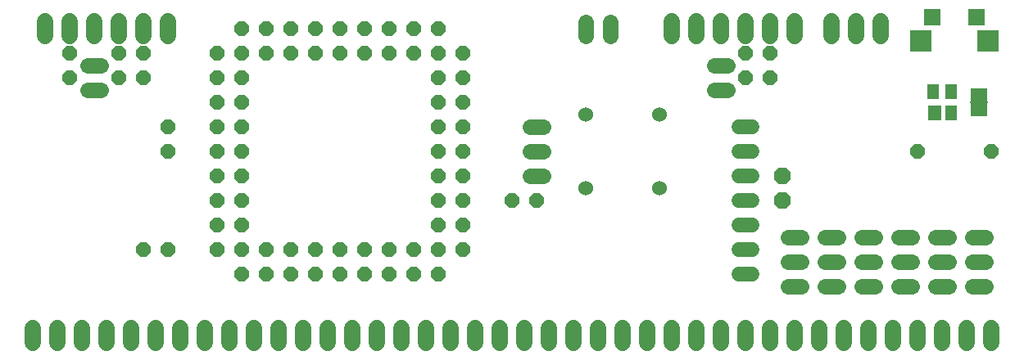
<source format=gts>
G75*
%MOIN*%
%OFA0B0*%
%FSLAX24Y24*%
%IPPOS*%
%LPD*%
%AMOC8*
5,1,8,0,0,1.08239X$1,22.5*
%
%ADD10C,0.0680*%
%ADD11C,0.0600*%
%ADD12OC8,0.0600*%
%ADD13C,0.0640*%
%ADD14R,0.0474X0.0647*%
%ADD15R,0.0552X0.0647*%
%ADD16R,0.0710X0.0540*%
%ADD17R,0.0720X0.0060*%
%ADD18R,0.0680X0.0680*%
%ADD19R,0.0905X0.0905*%
%ADD20C,0.0600*%
%ADD21OC8,0.0680*%
D10*
X000680Y000880D02*
X000680Y001480D01*
X001680Y001480D02*
X001680Y000880D01*
X002680Y000880D02*
X002680Y001480D01*
X003680Y001480D02*
X003680Y000880D01*
X004680Y000880D02*
X004680Y001480D01*
X005680Y001480D02*
X005680Y000880D01*
X006680Y000880D02*
X006680Y001480D01*
X007680Y001480D02*
X007680Y000880D01*
X008680Y000880D02*
X008680Y001480D01*
X009680Y001480D02*
X009680Y000880D01*
X010680Y000880D02*
X010680Y001480D01*
X011680Y001480D02*
X011680Y000880D01*
X012680Y000880D02*
X012680Y001480D01*
X013680Y001480D02*
X013680Y000880D01*
X014680Y000880D02*
X014680Y001480D01*
X015680Y001480D02*
X015680Y000880D01*
X016680Y000880D02*
X016680Y001480D01*
X017680Y001480D02*
X017680Y000880D01*
X018680Y000880D02*
X018680Y001480D01*
X019680Y001480D02*
X019680Y000880D01*
X020680Y000880D02*
X020680Y001480D01*
X021680Y001480D02*
X021680Y000880D01*
X022680Y000880D02*
X022680Y001480D01*
X023680Y001480D02*
X023680Y000880D01*
X024680Y000880D02*
X024680Y001480D01*
X025680Y001480D02*
X025680Y000880D01*
X026680Y000880D02*
X026680Y001480D01*
X027680Y001480D02*
X027680Y000880D01*
X028680Y000880D02*
X028680Y001480D01*
X029680Y001480D02*
X029680Y000880D01*
X030680Y000880D02*
X030680Y001480D01*
X031680Y001480D02*
X031680Y000880D01*
X032680Y000880D02*
X032680Y001480D01*
X033680Y001480D02*
X033680Y000880D01*
X034680Y000880D02*
X034680Y001480D01*
X035680Y001480D02*
X035680Y000880D01*
X036680Y000880D02*
X036680Y001480D01*
X037680Y001480D02*
X037680Y000880D01*
X038680Y000880D02*
X038680Y001480D01*
X039680Y001480D02*
X039680Y000880D01*
X035180Y013380D02*
X035180Y013980D01*
X034180Y013980D02*
X034180Y013380D01*
X033180Y013380D02*
X033180Y013980D01*
X031680Y013980D02*
X031680Y013380D01*
X030680Y013380D02*
X030680Y013980D01*
X029680Y013980D02*
X029680Y013380D01*
X028680Y013380D02*
X028680Y013980D01*
X027680Y013980D02*
X027680Y013380D01*
X026680Y013380D02*
X026680Y013980D01*
X006180Y013980D02*
X006180Y013380D01*
X005180Y013380D02*
X005180Y013980D01*
X004180Y013980D02*
X004180Y013380D01*
X003180Y013380D02*
X003180Y013980D01*
X002180Y013980D02*
X002180Y013380D01*
X001180Y013380D02*
X001180Y013980D01*
D11*
X023180Y010180D03*
X026180Y010180D03*
X026180Y007180D03*
X023180Y007180D03*
D12*
X021180Y006680D03*
X020180Y006680D03*
X018180Y006680D03*
X017180Y006680D03*
X017180Y007680D03*
X018180Y007680D03*
X018180Y008680D03*
X017180Y008680D03*
X017180Y009680D03*
X018180Y009680D03*
X018180Y010680D03*
X017180Y010680D03*
X017180Y011680D03*
X018180Y011680D03*
X018180Y012680D03*
X017180Y012680D03*
X016180Y012680D03*
X015180Y012680D03*
X014180Y012680D03*
X013180Y012680D03*
X012180Y012680D03*
X011180Y012680D03*
X010180Y012680D03*
X009180Y012680D03*
X008180Y012680D03*
X009180Y013680D03*
X010180Y013680D03*
X011180Y013680D03*
X012180Y013680D03*
X013180Y013680D03*
X014180Y013680D03*
X015180Y013680D03*
X016180Y013680D03*
X017180Y013680D03*
X009180Y011680D03*
X008180Y011680D03*
X008180Y010680D03*
X009180Y010680D03*
X009180Y009680D03*
X008180Y009680D03*
X006180Y009680D03*
X006180Y008680D03*
X008180Y008680D03*
X009180Y008680D03*
X009180Y007680D03*
X008180Y007680D03*
X008180Y006680D03*
X009180Y006680D03*
X009180Y005680D03*
X008180Y005680D03*
X008180Y004680D03*
X009180Y004680D03*
X010180Y004680D03*
X011180Y004680D03*
X012180Y004680D03*
X013180Y004680D03*
X014180Y004680D03*
X015180Y004680D03*
X016180Y004680D03*
X017180Y004680D03*
X018180Y004680D03*
X018180Y005680D03*
X017180Y005680D03*
X017180Y003680D03*
X016180Y003680D03*
X015180Y003680D03*
X014180Y003680D03*
X013180Y003680D03*
X012180Y003680D03*
X011180Y003680D03*
X010180Y003680D03*
X009180Y003680D03*
X006180Y004680D03*
X005180Y004680D03*
X005180Y011680D03*
X004180Y011680D03*
X002180Y011680D03*
X002180Y012680D03*
X004180Y012680D03*
X005180Y012680D03*
X029680Y012680D03*
X030680Y012680D03*
X030680Y011680D03*
X029680Y011680D03*
X036680Y008680D03*
X039680Y008680D03*
D13*
X039460Y005180D02*
X038900Y005180D01*
X037960Y005180D02*
X037400Y005180D01*
X036460Y005180D02*
X035900Y005180D01*
X034960Y005180D02*
X034400Y005180D01*
X033460Y005180D02*
X032900Y005180D01*
X031960Y005180D02*
X031400Y005180D01*
X031400Y004180D02*
X031960Y004180D01*
X032900Y004180D02*
X033460Y004180D01*
X034400Y004180D02*
X034960Y004180D01*
X035900Y004180D02*
X036460Y004180D01*
X037400Y004180D02*
X037960Y004180D01*
X038900Y004180D02*
X039460Y004180D01*
X039460Y003180D02*
X038900Y003180D01*
X037960Y003180D02*
X037400Y003180D01*
X036460Y003180D02*
X035900Y003180D01*
X034960Y003180D02*
X034400Y003180D01*
X033460Y003180D02*
X032900Y003180D01*
X031960Y003180D02*
X031400Y003180D01*
X021460Y007680D02*
X020900Y007680D01*
X020900Y008680D02*
X021460Y008680D01*
X021460Y009680D02*
X020900Y009680D01*
X028400Y011180D02*
X028960Y011180D01*
X028960Y012180D02*
X028400Y012180D01*
X024180Y013400D02*
X024180Y013960D01*
X023180Y013960D02*
X023180Y013400D01*
X003460Y012180D02*
X002900Y012180D01*
X002900Y011180D02*
X003460Y011180D01*
D14*
X037306Y011113D03*
X038054Y011113D03*
X038054Y010247D03*
D15*
X037385Y010247D03*
D16*
X039180Y010380D03*
X039180Y010980D03*
D17*
X039180Y010680D03*
D18*
X039065Y014170D03*
X037295Y014170D03*
D19*
X036800Y013190D03*
X039560Y013190D03*
D20*
X029940Y009680D02*
X029420Y009680D01*
X029420Y008680D02*
X029940Y008680D01*
X029940Y007680D02*
X029420Y007680D01*
X029420Y006680D02*
X029940Y006680D01*
X029940Y005680D02*
X029420Y005680D01*
X029420Y004680D02*
X029940Y004680D01*
X029940Y003680D02*
X029420Y003680D01*
D21*
X031180Y006680D03*
X031180Y007680D03*
M02*

</source>
